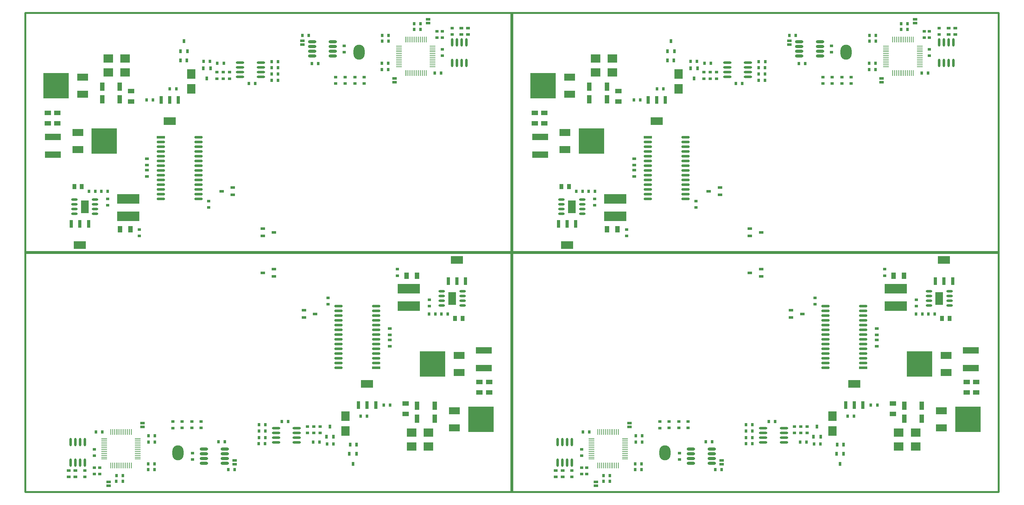
<source format=gtp>
G04*
G04 #@! TF.GenerationSoftware,Altium Limited,Altium Designer,20.0.14 (345)*
G04*
G04 Layer_Color=8421504*
%FSLAX44Y44*%
%MOMM*%
G71*
G01*
G75*
%ADD10R,1.2700X0.6350*%
%ADD11R,0.9000X0.8000*%
%ADD12R,0.8000X0.9000*%
%ADD13R,1.3000X1.7000*%
%ADD14R,6.0000X2.5000*%
%ADD15R,2.0000X3.5000*%
%ADD16O,1.7500X0.6500*%
%ADD17R,2.3000X2.5000*%
%ADD18R,0.8000X1.1000*%
%ADD19R,0.8000X1.0000*%
%ADD20O,2.2500X0.6500*%
%ADD21R,1.7000X1.3000*%
%ADD22R,1.5500X0.2500*%
%ADD23R,0.2500X1.5500*%
%ADD24R,3.2000X2.1000*%
%ADD25R,0.9000X2.1000*%
%ADD26R,0.8000X1.1000*%
%ADD27R,1.1000X0.8000*%
%ADD28R,1.2500X0.8000*%
%ADD29O,3.0000X4.0000*%
%ADD30R,4.2200X1.7500*%
%ADD31R,2.2500X0.7000*%
%ADD32O,2.2500X0.7000*%
%ADD33R,2.5000X2.3000*%
%ADD34R,1.2500X2.3000*%
%ADD35O,2.2500X0.8000*%
%ADD36R,1.0000X1.4000*%
%ADD37R,6.7500X6.9000*%
%ADD38R,2.9000X1.9000*%
%ADD39O,0.6500X2.2500*%
%ADD41C,0.5000*%
%ADD48R,0.8000X1.0000*%
%ADD49R,0.8000X1.1000*%
D10*
X740749Y1197750D02*
D03*
Y1207910D02*
D03*
X986999Y1097500D02*
D03*
Y1107660D02*
D03*
X1076999Y1255420D02*
D03*
Y1265580D02*
D03*
X2043249Y1197750D02*
D03*
Y1207910D02*
D03*
X2289499Y1097500D02*
D03*
Y1107660D02*
D03*
X2379499Y1255420D02*
D03*
Y1265580D02*
D03*
X1861751Y84750D02*
D03*
Y74590D02*
D03*
X1615501Y185000D02*
D03*
Y174840D02*
D03*
X1525501Y27080D02*
D03*
Y16920D02*
D03*
X559251Y84750D02*
D03*
Y74590D02*
D03*
X313001Y185000D02*
D03*
Y174840D02*
D03*
X223001Y27080D02*
D03*
Y16920D02*
D03*
D11*
X1114999Y1234000D02*
D03*
Y1217000D02*
D03*
X219999Y785000D02*
D03*
Y768000D02*
D03*
X829999Y1111000D02*
D03*
Y1094000D02*
D03*
X854999Y1111000D02*
D03*
Y1094000D02*
D03*
X880999Y1111000D02*
D03*
Y1094000D02*
D03*
X905622Y1111053D02*
D03*
Y1094053D02*
D03*
X511999Y1107000D02*
D03*
Y1124000D02*
D03*
X545999Y1124000D02*
D03*
Y1107000D02*
D03*
X528999Y1107000D02*
D03*
Y1124000D02*
D03*
X1114999Y1168000D02*
D03*
Y1185000D02*
D03*
X852999Y1178000D02*
D03*
Y1195000D02*
D03*
X1140999Y1225000D02*
D03*
Y1242000D02*
D03*
X304999Y703000D02*
D03*
Y686000D02*
D03*
X1100999Y1234000D02*
D03*
Y1217000D02*
D03*
X490539Y762344D02*
D03*
Y779344D02*
D03*
X2417499Y1234000D02*
D03*
Y1217000D02*
D03*
X1522499Y785000D02*
D03*
Y768000D02*
D03*
X2132499Y1111000D02*
D03*
Y1094000D02*
D03*
X2157499Y1111000D02*
D03*
Y1094000D02*
D03*
X2183499Y1111000D02*
D03*
Y1094000D02*
D03*
X2208122Y1111053D02*
D03*
Y1094053D02*
D03*
X1814499Y1107000D02*
D03*
Y1124000D02*
D03*
X1848499Y1124000D02*
D03*
Y1107000D02*
D03*
X1831499Y1107000D02*
D03*
Y1124000D02*
D03*
X2417499Y1168000D02*
D03*
Y1185000D02*
D03*
X2155499Y1178000D02*
D03*
Y1195000D02*
D03*
X2443499Y1225000D02*
D03*
Y1242000D02*
D03*
X1607499Y703000D02*
D03*
Y686000D02*
D03*
X2403499Y1234000D02*
D03*
Y1217000D02*
D03*
X1793039Y762344D02*
D03*
Y779344D02*
D03*
X1487501Y48500D02*
D03*
Y65500D02*
D03*
X2382501Y497500D02*
D03*
Y514500D02*
D03*
X1772501Y171500D02*
D03*
Y188500D02*
D03*
X1747501Y171500D02*
D03*
Y188500D02*
D03*
X1721501Y171500D02*
D03*
Y188500D02*
D03*
X1696878Y171447D02*
D03*
Y188447D02*
D03*
X2090501Y175500D02*
D03*
Y158500D02*
D03*
X2056501Y158500D02*
D03*
Y175500D02*
D03*
X2073501Y175500D02*
D03*
Y158500D02*
D03*
X1487501Y114500D02*
D03*
Y97500D02*
D03*
X1749501Y104500D02*
D03*
Y87500D02*
D03*
X1461501Y57500D02*
D03*
Y40500D02*
D03*
X2297501Y579500D02*
D03*
Y596500D02*
D03*
X1501501Y48500D02*
D03*
Y65500D02*
D03*
X2111961Y520156D02*
D03*
Y503156D02*
D03*
X185001Y48500D02*
D03*
Y65500D02*
D03*
X1080001Y497500D02*
D03*
Y514500D02*
D03*
X470001Y171500D02*
D03*
Y188500D02*
D03*
X445001Y171500D02*
D03*
Y188500D02*
D03*
X419001Y171500D02*
D03*
Y188500D02*
D03*
X394378Y171447D02*
D03*
Y188447D02*
D03*
X788001Y175500D02*
D03*
Y158500D02*
D03*
X754001Y158500D02*
D03*
Y175500D02*
D03*
X771001Y175500D02*
D03*
Y158500D02*
D03*
X185001Y114500D02*
D03*
Y97500D02*
D03*
X447001Y104500D02*
D03*
Y87500D02*
D03*
X159001Y57500D02*
D03*
Y40500D02*
D03*
X995001Y579500D02*
D03*
Y596500D02*
D03*
X199001Y48500D02*
D03*
Y65500D02*
D03*
X809461Y520156D02*
D03*
Y503156D02*
D03*
D12*
X187499Y805500D02*
D03*
X170499D02*
D03*
X203499D02*
D03*
X220499D02*
D03*
X476499Y1153500D02*
D03*
X493499D02*
D03*
X513499Y1148500D02*
D03*
X530499D02*
D03*
X614499Y1093500D02*
D03*
X597499D02*
D03*
X675783Y1152733D02*
D03*
X658783D02*
D03*
X954499Y1222500D02*
D03*
X971499D02*
D03*
X1039499Y1238500D02*
D03*
X1056499D02*
D03*
X970499Y1148500D02*
D03*
X953499D02*
D03*
X658342Y1102104D02*
D03*
X675342D02*
D03*
X658499Y1119259D02*
D03*
X675499D02*
D03*
X757499Y1222500D02*
D03*
X740499D02*
D03*
X675499Y1136500D02*
D03*
X658499D02*
D03*
X324499Y1049500D02*
D03*
X341499D02*
D03*
X403499Y1079500D02*
D03*
X386499Y1079500D02*
D03*
X783261Y1147533D02*
D03*
X766261D02*
D03*
X971499Y1207500D02*
D03*
X954499D02*
D03*
X953499Y1131500D02*
D03*
X970499D02*
D03*
X1039597Y1254110D02*
D03*
X1056597D02*
D03*
X1094499Y1121500D02*
D03*
X1111499D02*
D03*
X1489999Y805500D02*
D03*
X1472999D02*
D03*
X1505999D02*
D03*
X1522999D02*
D03*
X1778999Y1153500D02*
D03*
X1795999D02*
D03*
X1815999Y1148500D02*
D03*
X1832999D02*
D03*
X1916999Y1093500D02*
D03*
X1899999D02*
D03*
X1978283Y1152733D02*
D03*
X1961283D02*
D03*
X2256999Y1222500D02*
D03*
X2273999D02*
D03*
X2341999Y1238500D02*
D03*
X2358999D02*
D03*
X2272999Y1148500D02*
D03*
X2255999D02*
D03*
X1960842Y1102104D02*
D03*
X1977842D02*
D03*
X1960999Y1119259D02*
D03*
X1977999D02*
D03*
X2059999Y1222500D02*
D03*
X2042999D02*
D03*
X1977999Y1136500D02*
D03*
X1960999D02*
D03*
X1626999Y1049500D02*
D03*
X1643999D02*
D03*
X1705999Y1079500D02*
D03*
X1688999Y1079500D02*
D03*
X2085761Y1147533D02*
D03*
X2068761D02*
D03*
X2273999Y1207500D02*
D03*
X2256999D02*
D03*
X2255999Y1131500D02*
D03*
X2272999D02*
D03*
X2342097Y1254110D02*
D03*
X2359097D02*
D03*
X2396999Y1121500D02*
D03*
X2413999D02*
D03*
X2415001Y477000D02*
D03*
X2432001D02*
D03*
X2399001D02*
D03*
X2382001D02*
D03*
X2126001Y129000D02*
D03*
X2109001D02*
D03*
X2089001Y134000D02*
D03*
X2072001D02*
D03*
X1988001Y189000D02*
D03*
X2005001D02*
D03*
X1926717Y129767D02*
D03*
X1943717D02*
D03*
X1648001Y60000D02*
D03*
X1631001D02*
D03*
X1563001Y44000D02*
D03*
X1546001D02*
D03*
X1632001Y134000D02*
D03*
X1649001D02*
D03*
X1944158Y180396D02*
D03*
X1927158D02*
D03*
X1944001Y163241D02*
D03*
X1927001D02*
D03*
X1845001Y60000D02*
D03*
X1862001D02*
D03*
X1927001Y146000D02*
D03*
X1944001D02*
D03*
X2278001Y233000D02*
D03*
X2261001D02*
D03*
X2199001Y203000D02*
D03*
X2216001Y203000D02*
D03*
X1819239Y134967D02*
D03*
X1836239D02*
D03*
X1631001Y75000D02*
D03*
X1648001D02*
D03*
X1649001Y151000D02*
D03*
X1632001D02*
D03*
X1562903Y28390D02*
D03*
X1545903D02*
D03*
X1508001Y161000D02*
D03*
X1491001D02*
D03*
X1112501Y477000D02*
D03*
X1129501D02*
D03*
X1096501D02*
D03*
X1079501D02*
D03*
X823501Y129000D02*
D03*
X806501D02*
D03*
X786501Y134000D02*
D03*
X769501D02*
D03*
X685501Y189000D02*
D03*
X702501D02*
D03*
X624217Y129767D02*
D03*
X641217D02*
D03*
X345501Y60000D02*
D03*
X328501D02*
D03*
X260501Y44000D02*
D03*
X243501D02*
D03*
X329501Y134000D02*
D03*
X346501D02*
D03*
X641658Y180396D02*
D03*
X624658D02*
D03*
X641501Y163241D02*
D03*
X624501D02*
D03*
X542501Y60000D02*
D03*
X559501D02*
D03*
X624501Y146000D02*
D03*
X641501D02*
D03*
X975501Y233000D02*
D03*
X958501D02*
D03*
X896501Y203000D02*
D03*
X913501Y203000D02*
D03*
X516739Y134967D02*
D03*
X533739D02*
D03*
X328501Y75000D02*
D03*
X345501D02*
D03*
X346501Y151000D02*
D03*
X329501D02*
D03*
X260403Y28390D02*
D03*
X243403D02*
D03*
X205501Y161000D02*
D03*
X188501D02*
D03*
D13*
X280999Y703500D02*
D03*
X252999D02*
D03*
X1583499D02*
D03*
X1555499D02*
D03*
X2321501Y579000D02*
D03*
X2349501D02*
D03*
X1019001D02*
D03*
X1047001D02*
D03*
D14*
X274999Y785000D02*
D03*
Y738000D02*
D03*
X1577499Y785000D02*
D03*
Y738000D02*
D03*
X2327501Y497500D02*
D03*
Y544500D02*
D03*
X1025001Y497500D02*
D03*
Y544500D02*
D03*
D15*
X158794Y763975D02*
D03*
X1461294D02*
D03*
X2443706Y518526D02*
D03*
X1141206D02*
D03*
D16*
X130964Y783025D02*
D03*
Y770324D02*
D03*
Y757625D02*
D03*
Y744924D02*
D03*
X186464Y783025D02*
D03*
Y770324D02*
D03*
Y757625D02*
D03*
Y744924D02*
D03*
X1433464Y783025D02*
D03*
Y770324D02*
D03*
Y757625D02*
D03*
Y744924D02*
D03*
X1488964Y783025D02*
D03*
Y770324D02*
D03*
Y757625D02*
D03*
Y744924D02*
D03*
X2471536Y499476D02*
D03*
Y512175D02*
D03*
Y524875D02*
D03*
Y537575D02*
D03*
X2416036Y499476D02*
D03*
Y512175D02*
D03*
Y524875D02*
D03*
Y537575D02*
D03*
X1169036Y499476D02*
D03*
Y512175D02*
D03*
Y524875D02*
D03*
Y537575D02*
D03*
X1113536Y499476D02*
D03*
Y512175D02*
D03*
Y524875D02*
D03*
Y537575D02*
D03*
D17*
X443999Y1079500D02*
D03*
Y1119500D02*
D03*
X1746499Y1079500D02*
D03*
Y1119500D02*
D03*
X2158501Y203000D02*
D03*
Y163000D02*
D03*
X856001Y203000D02*
D03*
Y163000D02*
D03*
D18*
X475999Y1134500D02*
D03*
X494999D02*
D03*
X414499Y1180000D02*
D03*
X433499D02*
D03*
X1778499Y1134500D02*
D03*
X1797499D02*
D03*
X1716999Y1180000D02*
D03*
X1735999D02*
D03*
X2126501Y148000D02*
D03*
X2107501D02*
D03*
X824001D02*
D03*
X805001D02*
D03*
D19*
X485499Y1107500D02*
D03*
X423999Y1207000D02*
D03*
X1787999Y1107500D02*
D03*
X1726499Y1207000D02*
D03*
X2117001Y175000D02*
D03*
X814501D02*
D03*
D20*
X574169Y1149550D02*
D03*
Y1136850D02*
D03*
Y1124150D02*
D03*
Y1111450D02*
D03*
X629669Y1149550D02*
D03*
Y1136850D02*
D03*
Y1124150D02*
D03*
Y1111450D02*
D03*
X1876669Y1149550D02*
D03*
Y1136850D02*
D03*
Y1124150D02*
D03*
Y1111450D02*
D03*
X1932169Y1149550D02*
D03*
Y1136850D02*
D03*
Y1124150D02*
D03*
Y1111450D02*
D03*
X2028331Y132950D02*
D03*
Y145650D02*
D03*
Y158350D02*
D03*
Y171050D02*
D03*
X1972831Y132950D02*
D03*
Y145650D02*
D03*
Y158350D02*
D03*
Y171050D02*
D03*
X725831Y132950D02*
D03*
Y145650D02*
D03*
Y158350D02*
D03*
Y171050D02*
D03*
X670331Y132950D02*
D03*
Y145650D02*
D03*
Y158350D02*
D03*
Y171050D02*
D03*
D21*
X59999Y1015500D02*
D03*
Y987500D02*
D03*
X85589Y1015493D02*
D03*
Y987494D02*
D03*
X282999Y1073500D02*
D03*
Y1045500D02*
D03*
X1362499Y1015500D02*
D03*
Y987500D02*
D03*
X1388089Y1015493D02*
D03*
Y987494D02*
D03*
X1585499Y1073500D02*
D03*
Y1045500D02*
D03*
X2542501Y267000D02*
D03*
Y295000D02*
D03*
X2516911Y267007D02*
D03*
Y295007D02*
D03*
X2319501Y209000D02*
D03*
Y237000D02*
D03*
X1240001Y267000D02*
D03*
Y295000D02*
D03*
X1214411Y267007D02*
D03*
Y295007D02*
D03*
X1017001Y209000D02*
D03*
Y237000D02*
D03*
D22*
X998999Y1194000D02*
D03*
Y1189000D02*
D03*
Y1184000D02*
D03*
Y1179000D02*
D03*
Y1174000D02*
D03*
Y1169000D02*
D03*
Y1164000D02*
D03*
Y1159000D02*
D03*
Y1154000D02*
D03*
Y1149000D02*
D03*
Y1144000D02*
D03*
Y1139000D02*
D03*
X1088999D02*
D03*
Y1144000D02*
D03*
Y1149000D02*
D03*
Y1154000D02*
D03*
Y1159000D02*
D03*
Y1164000D02*
D03*
Y1169000D02*
D03*
Y1174000D02*
D03*
Y1179000D02*
D03*
Y1184000D02*
D03*
Y1189000D02*
D03*
Y1194000D02*
D03*
X2301499D02*
D03*
Y1189000D02*
D03*
Y1184000D02*
D03*
Y1179000D02*
D03*
Y1174000D02*
D03*
Y1169000D02*
D03*
Y1164000D02*
D03*
Y1159000D02*
D03*
Y1154000D02*
D03*
Y1149000D02*
D03*
Y1144000D02*
D03*
Y1139000D02*
D03*
X2391499D02*
D03*
Y1144000D02*
D03*
Y1149000D02*
D03*
Y1154000D02*
D03*
Y1159000D02*
D03*
Y1164000D02*
D03*
Y1169000D02*
D03*
Y1174000D02*
D03*
Y1179000D02*
D03*
Y1184000D02*
D03*
Y1189000D02*
D03*
Y1194000D02*
D03*
X1603501Y88500D02*
D03*
Y93500D02*
D03*
Y98500D02*
D03*
Y103500D02*
D03*
Y108500D02*
D03*
Y113500D02*
D03*
Y118500D02*
D03*
Y123500D02*
D03*
Y128500D02*
D03*
Y133500D02*
D03*
Y138500D02*
D03*
Y143500D02*
D03*
X1513501D02*
D03*
Y138500D02*
D03*
Y133500D02*
D03*
Y128500D02*
D03*
Y123500D02*
D03*
Y118500D02*
D03*
Y113500D02*
D03*
Y108500D02*
D03*
Y103500D02*
D03*
Y98500D02*
D03*
Y93500D02*
D03*
Y88500D02*
D03*
X301001D02*
D03*
Y93500D02*
D03*
Y98500D02*
D03*
Y103500D02*
D03*
Y108500D02*
D03*
Y113500D02*
D03*
Y118500D02*
D03*
Y123500D02*
D03*
Y128500D02*
D03*
Y133500D02*
D03*
Y138500D02*
D03*
Y143500D02*
D03*
X211001D02*
D03*
Y138500D02*
D03*
Y133500D02*
D03*
Y128500D02*
D03*
Y123500D02*
D03*
Y118500D02*
D03*
Y113500D02*
D03*
Y108500D02*
D03*
Y103500D02*
D03*
Y98500D02*
D03*
Y93500D02*
D03*
Y88500D02*
D03*
D23*
X1016499Y1121500D02*
D03*
X1021499D02*
D03*
X1026499D02*
D03*
X1031499D02*
D03*
X1036499D02*
D03*
X1041499D02*
D03*
X1046499D02*
D03*
X1051499D02*
D03*
X1056499D02*
D03*
X1061499D02*
D03*
X1066499D02*
D03*
X1071499D02*
D03*
Y1211500D02*
D03*
X1066499D02*
D03*
X1061499D02*
D03*
X1056499D02*
D03*
X1051499D02*
D03*
X1046499D02*
D03*
X1041499D02*
D03*
X1036499D02*
D03*
X1031499D02*
D03*
X1026499D02*
D03*
X1021499D02*
D03*
X1016499D02*
D03*
X2318999Y1121500D02*
D03*
X2323999D02*
D03*
X2328999D02*
D03*
X2333999D02*
D03*
X2338999D02*
D03*
X2343999D02*
D03*
X2348999D02*
D03*
X2353999D02*
D03*
X2358999D02*
D03*
X2363999D02*
D03*
X2368999D02*
D03*
X2373999D02*
D03*
Y1211500D02*
D03*
X2368999D02*
D03*
X2363999D02*
D03*
X2358999D02*
D03*
X2353999D02*
D03*
X2348999D02*
D03*
X2343999D02*
D03*
X2338999D02*
D03*
X2333999D02*
D03*
X2328999D02*
D03*
X2323999D02*
D03*
X2318999D02*
D03*
X1586001Y161000D02*
D03*
X1581001D02*
D03*
X1576001D02*
D03*
X1571001D02*
D03*
X1566001D02*
D03*
X1561001D02*
D03*
X1556001D02*
D03*
X1551001D02*
D03*
X1546001D02*
D03*
X1541001D02*
D03*
X1536001D02*
D03*
X1531001D02*
D03*
Y71000D02*
D03*
X1536001D02*
D03*
X1541001D02*
D03*
X1546001D02*
D03*
X1551001D02*
D03*
X1556001D02*
D03*
X1561001D02*
D03*
X1566001D02*
D03*
X1571001D02*
D03*
X1576001D02*
D03*
X1581001D02*
D03*
X1586001D02*
D03*
X283501Y161000D02*
D03*
X278501D02*
D03*
X273501D02*
D03*
X268501D02*
D03*
X263501D02*
D03*
X258501D02*
D03*
X253501D02*
D03*
X248501D02*
D03*
X243501D02*
D03*
X238501D02*
D03*
X233501D02*
D03*
X228501D02*
D03*
Y71000D02*
D03*
X233501D02*
D03*
X238501D02*
D03*
X243501D02*
D03*
X248501D02*
D03*
X253501D02*
D03*
X258501D02*
D03*
X263501D02*
D03*
X268501D02*
D03*
X273501D02*
D03*
X278501D02*
D03*
X283501D02*
D03*
D24*
X386039Y992730D02*
D03*
X145999Y661000D02*
D03*
X1688539Y992730D02*
D03*
X1448499Y661000D02*
D03*
X2216461Y289770D02*
D03*
X2456501Y621500D02*
D03*
X913961Y289770D02*
D03*
X1154001Y621500D02*
D03*
D25*
X363039Y1049730D02*
D03*
X386039D02*
D03*
X409039D02*
D03*
X168999Y718000D02*
D03*
X145999D02*
D03*
X122999D02*
D03*
X1665539Y1049730D02*
D03*
X1688539D02*
D03*
X1711539D02*
D03*
X1471499Y718000D02*
D03*
X1448499D02*
D03*
X1425499D02*
D03*
X2239461Y232770D02*
D03*
X2216461D02*
D03*
X2193461D02*
D03*
X2433501Y564500D02*
D03*
X2456501D02*
D03*
X2479501D02*
D03*
X936961Y232770D02*
D03*
X913961D02*
D03*
X890961D02*
D03*
X1131001Y564500D02*
D03*
X1154001D02*
D03*
X1177001D02*
D03*
D26*
X431499Y1155500D02*
D03*
X414499D02*
D03*
X1733999D02*
D03*
X1716999D02*
D03*
X2171001Y127000D02*
D03*
X2188001D02*
D03*
X868501D02*
D03*
X885501D02*
D03*
D27*
X1165999Y1225000D02*
D03*
Y1242000D02*
D03*
X1183999D02*
D03*
X1183999Y1225000D02*
D03*
X325439Y892300D02*
D03*
Y875300D02*
D03*
Y861820D02*
D03*
Y844820D02*
D03*
X2468499Y1225000D02*
D03*
Y1242000D02*
D03*
X2486499D02*
D03*
X2486499Y1225000D02*
D03*
X1627939Y892300D02*
D03*
Y875300D02*
D03*
Y861820D02*
D03*
Y844820D02*
D03*
X1436501Y57500D02*
D03*
Y40500D02*
D03*
X1418501D02*
D03*
X1418501Y57500D02*
D03*
X2277061Y390200D02*
D03*
Y407200D02*
D03*
Y420680D02*
D03*
Y437680D02*
D03*
X134001Y57500D02*
D03*
Y40500D02*
D03*
X116001D02*
D03*
X116001Y57500D02*
D03*
X974561Y390200D02*
D03*
Y407200D02*
D03*
Y420680D02*
D03*
Y437680D02*
D03*
D28*
X554999Y815000D02*
D03*
Y796000D02*
D03*
X524999Y805500D02*
D03*
X634999Y686000D02*
D03*
Y705000D02*
D03*
X664999Y695500D02*
D03*
X1857499Y815000D02*
D03*
Y796000D02*
D03*
X1827499Y805500D02*
D03*
X1937499Y686000D02*
D03*
Y705000D02*
D03*
X1967499Y695500D02*
D03*
X2047501Y467500D02*
D03*
Y486500D02*
D03*
X2077501Y477000D02*
D03*
X1967501Y596500D02*
D03*
Y577500D02*
D03*
X1937501Y587000D02*
D03*
X745001Y467500D02*
D03*
Y486500D02*
D03*
X775001Y477000D02*
D03*
X665001Y596500D02*
D03*
Y577500D02*
D03*
X635001Y587000D02*
D03*
D29*
X891999Y1177500D02*
D03*
X2194499D02*
D03*
X1710501Y105000D02*
D03*
X408001D02*
D03*
D30*
X73979Y902980D02*
D03*
Y950980D02*
D03*
X1376479Y902980D02*
D03*
Y950980D02*
D03*
X2528521Y379520D02*
D03*
Y331520D02*
D03*
X1226021Y379520D02*
D03*
Y331520D02*
D03*
D31*
X362269Y949914D02*
D03*
X1664769D02*
D03*
X2240231Y332586D02*
D03*
X937731D02*
D03*
D32*
X362269Y937214D02*
D03*
Y924514D02*
D03*
Y911814D02*
D03*
Y899114D02*
D03*
Y886414D02*
D03*
Y873714D02*
D03*
Y861014D02*
D03*
Y848314D02*
D03*
Y835614D02*
D03*
Y822914D02*
D03*
Y810214D02*
D03*
Y797514D02*
D03*
Y784814D02*
D03*
X462769D02*
D03*
Y797514D02*
D03*
Y810214D02*
D03*
Y822914D02*
D03*
Y835614D02*
D03*
Y848314D02*
D03*
Y861014D02*
D03*
Y873714D02*
D03*
Y886414D02*
D03*
Y899114D02*
D03*
Y911814D02*
D03*
Y924514D02*
D03*
Y937214D02*
D03*
Y949914D02*
D03*
X1664769Y937214D02*
D03*
Y924514D02*
D03*
Y911814D02*
D03*
Y899114D02*
D03*
Y886414D02*
D03*
Y873714D02*
D03*
Y861014D02*
D03*
Y848314D02*
D03*
Y835614D02*
D03*
Y822914D02*
D03*
Y810214D02*
D03*
Y797514D02*
D03*
Y784814D02*
D03*
X1765269D02*
D03*
Y797514D02*
D03*
Y810214D02*
D03*
Y822914D02*
D03*
Y835614D02*
D03*
Y848314D02*
D03*
Y861014D02*
D03*
Y873714D02*
D03*
Y886414D02*
D03*
Y899114D02*
D03*
Y911814D02*
D03*
Y924514D02*
D03*
Y937214D02*
D03*
Y949914D02*
D03*
X2240231Y345286D02*
D03*
Y357986D02*
D03*
Y370686D02*
D03*
Y383386D02*
D03*
Y396086D02*
D03*
Y408786D02*
D03*
Y421486D02*
D03*
Y434186D02*
D03*
Y446886D02*
D03*
Y459586D02*
D03*
Y472286D02*
D03*
Y484986D02*
D03*
Y497686D02*
D03*
X2139731D02*
D03*
Y484986D02*
D03*
Y472286D02*
D03*
Y459586D02*
D03*
Y446886D02*
D03*
Y434186D02*
D03*
Y421486D02*
D03*
Y408786D02*
D03*
Y396086D02*
D03*
Y383386D02*
D03*
Y370686D02*
D03*
Y357986D02*
D03*
Y345286D02*
D03*
Y332586D02*
D03*
X937731Y345286D02*
D03*
Y357986D02*
D03*
Y370686D02*
D03*
Y383386D02*
D03*
Y396086D02*
D03*
Y408786D02*
D03*
Y421486D02*
D03*
Y434186D02*
D03*
Y446886D02*
D03*
Y459586D02*
D03*
Y472286D02*
D03*
Y484986D02*
D03*
Y497686D02*
D03*
X837231D02*
D03*
Y484986D02*
D03*
Y472286D02*
D03*
Y459586D02*
D03*
Y446886D02*
D03*
Y434186D02*
D03*
Y421486D02*
D03*
Y408786D02*
D03*
Y396086D02*
D03*
Y383386D02*
D03*
Y370686D02*
D03*
Y357986D02*
D03*
Y345286D02*
D03*
Y332586D02*
D03*
D33*
X221999Y1160500D02*
D03*
X266999D02*
D03*
X221999Y1123500D02*
D03*
X266999D02*
D03*
X1524499Y1160500D02*
D03*
X1569499D02*
D03*
X1524499Y1123500D02*
D03*
X1569499D02*
D03*
X2380501Y122000D02*
D03*
X2335501D02*
D03*
X2380501Y159000D02*
D03*
X2335501D02*
D03*
X1078001Y122000D02*
D03*
X1033001D02*
D03*
X1078001Y159000D02*
D03*
X1033001D02*
D03*
D34*
X252499Y1085800D02*
D03*
X205499D02*
D03*
Y1051500D02*
D03*
X252499D02*
D03*
X1554999Y1085800D02*
D03*
X1507999D02*
D03*
Y1051500D02*
D03*
X1554999D02*
D03*
X2350001Y196700D02*
D03*
X2397001D02*
D03*
Y231000D02*
D03*
X2350001D02*
D03*
X1047501Y196700D02*
D03*
X1094501D02*
D03*
Y231000D02*
D03*
X1047501D02*
D03*
D35*
X766940Y1205663D02*
D03*
Y1192963D02*
D03*
Y1180263D02*
D03*
Y1167563D02*
D03*
X822440Y1205663D02*
D03*
Y1192963D02*
D03*
Y1180263D02*
D03*
Y1167563D02*
D03*
X2069440Y1205663D02*
D03*
Y1192963D02*
D03*
Y1180263D02*
D03*
Y1167563D02*
D03*
X2124940Y1205663D02*
D03*
Y1192963D02*
D03*
Y1180263D02*
D03*
Y1167563D02*
D03*
X1835560Y76837D02*
D03*
Y89537D02*
D03*
Y102237D02*
D03*
Y114937D02*
D03*
X1780060Y76837D02*
D03*
Y89537D02*
D03*
Y102237D02*
D03*
Y114937D02*
D03*
X533060Y76837D02*
D03*
Y89537D02*
D03*
Y102237D02*
D03*
Y114937D02*
D03*
X477560Y76837D02*
D03*
Y89537D02*
D03*
Y102237D02*
D03*
Y114937D02*
D03*
D36*
X150999Y817500D02*
D03*
X130999D02*
D03*
X1453499D02*
D03*
X1433499D02*
D03*
X2451501Y465000D02*
D03*
X2471501D02*
D03*
X1149001D02*
D03*
X1169001D02*
D03*
D37*
X81999Y1087700D02*
D03*
X211239Y939680D02*
D03*
X1384499Y1087700D02*
D03*
X1513739Y939680D02*
D03*
X2520501Y194800D02*
D03*
X2391261Y342820D02*
D03*
X1218001Y194800D02*
D03*
X1088761Y342820D02*
D03*
D38*
X152999Y1110500D02*
D03*
Y1064900D02*
D03*
X140239Y916880D02*
D03*
Y962480D02*
D03*
X1455499Y1110500D02*
D03*
Y1064900D02*
D03*
X1442739Y916880D02*
D03*
Y962480D02*
D03*
X2449501Y172000D02*
D03*
Y217600D02*
D03*
X2462261Y365620D02*
D03*
Y320020D02*
D03*
X1147001Y172000D02*
D03*
Y217600D02*
D03*
X1159761Y365620D02*
D03*
Y320020D02*
D03*
D39*
X1179049Y1204170D02*
D03*
X1166349D02*
D03*
X1153649D02*
D03*
X1140949D02*
D03*
X1179049Y1148670D02*
D03*
X1166349D02*
D03*
X1153649D02*
D03*
X1140949D02*
D03*
X2481549Y1204170D02*
D03*
X2468849D02*
D03*
X2456149D02*
D03*
X2443449D02*
D03*
X2481549Y1148670D02*
D03*
X2468849D02*
D03*
X2456149D02*
D03*
X2443449D02*
D03*
X1423451Y78330D02*
D03*
X1436151D02*
D03*
X1448851D02*
D03*
X1461551D02*
D03*
X1423451Y133830D02*
D03*
X1436151D02*
D03*
X1448851D02*
D03*
X1461551D02*
D03*
X120951Y78330D02*
D03*
X133651D02*
D03*
X146351D02*
D03*
X159051D02*
D03*
X120951Y133830D02*
D03*
X133651D02*
D03*
X146351D02*
D03*
X159051D02*
D03*
D41*
X0Y0D02*
Y1283000D01*
X2603000D01*
X2603000Y0D01*
X0D02*
X2603000D01*
X-1Y1282500D02*
Y642500D01*
X1299999D02*
X-1D01*
X1300000Y1282500D02*
X1299999Y642500D01*
X1300000Y1282500D02*
X-1D01*
X1302499D02*
Y642500D01*
X2602499D02*
X1302499D01*
X2602500Y1282500D02*
X2602499Y642500D01*
X2602500Y1282500D02*
X1302499D01*
X2602501Y0D02*
Y640000D01*
X1302501D02*
X2602501D01*
X1302500Y0D02*
X1302501Y640000D01*
X1302500Y0D02*
X2602501D01*
X1300001D02*
Y640000D01*
X1D02*
X1300001D01*
X0Y0D02*
X1Y640000D01*
X0Y0D02*
X1300001D01*
D48*
X2178501Y75500D02*
D03*
X876001D02*
D03*
D49*
X2188001Y102500D02*
D03*
X2169001D02*
D03*
X885501D02*
D03*
X866501D02*
D03*
M02*

</source>
